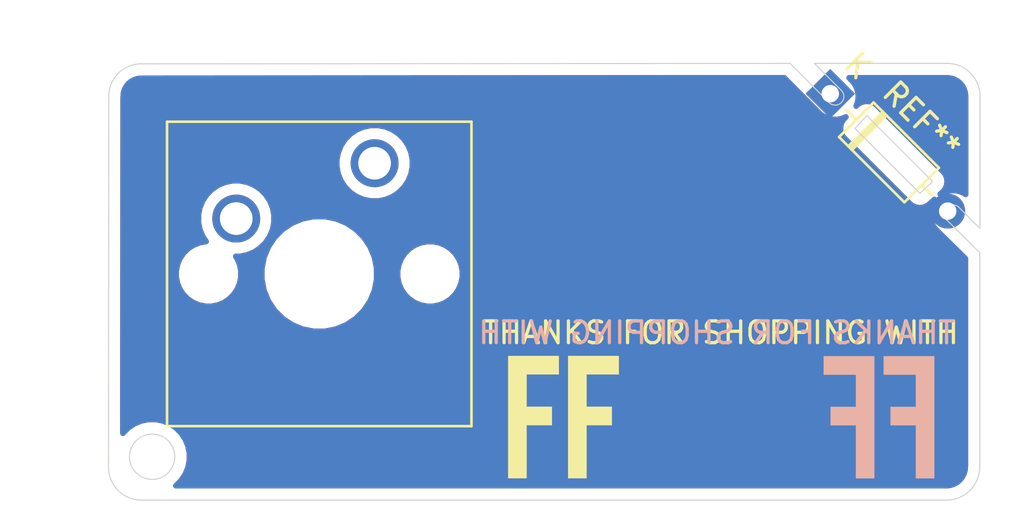
<source format=kicad_pcb>
(kicad_pcb (version 20171130) (host pcbnew "(5.1.9)-1")

  (general
    (thickness 1.6)
    (drawings 27)
    (tracks 0)
    (zones 0)
    (modules 6)
    (nets 3)
  )

  (page A4)
  (layers
    (0 F.Cu signal)
    (31 B.Cu signal)
    (32 B.Adhes user)
    (33 F.Adhes user)
    (34 B.Paste user)
    (35 F.Paste user)
    (36 B.SilkS user)
    (37 F.SilkS user)
    (38 B.Mask user)
    (39 F.Mask user)
    (40 Dwgs.User user hide)
    (41 Cmts.User user)
    (42 Eco1.User user)
    (43 Eco2.User user hide)
    (44 Edge.Cuts user)
    (45 Margin user)
    (46 B.CrtYd user hide)
    (47 F.CrtYd user hide)
    (48 B.Fab user hide)
    (49 F.Fab user hide)
  )

  (setup
    (last_trace_width 0.25)
    (trace_clearance 0.2)
    (zone_clearance 0.508)
    (zone_45_only no)
    (trace_min 0.2)
    (via_size 0.8)
    (via_drill 0.4)
    (via_min_size 0.4)
    (via_min_drill 0.3)
    (uvia_size 0.3)
    (uvia_drill 0.1)
    (uvias_allowed no)
    (uvia_min_size 0.2)
    (uvia_min_drill 0.1)
    (edge_width 0.05)
    (segment_width 0.2)
    (pcb_text_width 0.3)
    (pcb_text_size 1.5 1.5)
    (mod_edge_width 1)
    (mod_text_size 5 5)
    (mod_text_width 1)
    (pad_size 1.6 1.6)
    (pad_drill 0.8)
    (pad_to_mask_clearance 0)
    (aux_axis_origin 0 0)
    (grid_origin 171.58 90.64)
    (visible_elements 7FFFFFFF)
    (pcbplotparams
      (layerselection 0x010f0_ffffffff)
      (usegerberextensions false)
      (usegerberattributes true)
      (usegerberadvancedattributes true)
      (creategerberjobfile true)
      (excludeedgelayer true)
      (linewidth 0.100000)
      (plotframeref false)
      (viasonmask false)
      (mode 1)
      (useauxorigin false)
      (hpglpennumber 1)
      (hpglpenspeed 20)
      (hpglpendiameter 15.000000)
      (psnegative false)
      (psa4output false)
      (plotreference true)
      (plotvalue true)
      (plotinvisibletext false)
      (padsonsilk false)
      (subtractmaskfromsilk false)
      (outputformat 1)
      (mirror false)
      (drillshape 0)
      (scaleselection 1)
      (outputdirectory "Gerbers/Keyringv2/"))
  )

  (net 0 "")
  (net 1 "Net-(SW1-Pad2)")
  (net 2 "Net-(SW1-Pad1)")

  (net_class Default "This is the default net class."
    (clearance 0.2)
    (trace_width 0.25)
    (via_dia 0.8)
    (via_drill 0.4)
    (uvia_dia 0.3)
    (uvia_drill 0.1)
    (add_net "Net-(SW1-Pad1)")
    (add_net "Net-(SW1-Pad2)")
  )

  (module Diode_THT:D_DO-35_SOD27_P7.62mm_Horizontal (layer F.Cu) (tedit 5AE50CD5) (tstamp 6142D21C)
    (at 164.72 71.99 315)
    (descr "Diode, DO-35_SOD27 series, Axial, Horizontal, pin pitch=7.62mm, , length*diameter=4*2mm^2, , http://www.diodes.com/_files/packages/DO-35.pdf")
    (tags "Diode DO-35_SOD27 series Axial Horizontal pin pitch 7.62mm  length 4mm diameter 2mm")
    (fp_text reference REF** (at 3.81 -2.12 135) (layer F.SilkS)
      (effects (font (size 1 1) (thickness 0.15)))
    )
    (fp_text value D_DO-35_SOD27_P7.62mm_Horizontal (at 3.81 2.12 135) (layer F.Fab)
      (effects (font (size 1 1) (thickness 0.15)))
    )
    (fp_text user K (at 0 -1.8 135) (layer F.SilkS)
      (effects (font (size 1 1) (thickness 0.15)))
    )
    (fp_text user K (at 0 -1.8 135) (layer F.Fab)
      (effects (font (size 1 1) (thickness 0.15)))
    )
    (fp_text user %R (at 4.11 0 135) (layer F.Fab)
      (effects (font (size 0.8 0.8) (thickness 0.12)))
    )
    (fp_line (start 1.81 -1) (end 1.81 1) (layer F.Fab) (width 0.1))
    (fp_line (start 1.81 1) (end 5.81 1) (layer F.Fab) (width 0.1))
    (fp_line (start 5.81 1) (end 5.81 -1) (layer F.Fab) (width 0.1))
    (fp_line (start 5.81 -1) (end 1.81 -1) (layer F.Fab) (width 0.1))
    (fp_line (start 0 0) (end 1.81 0) (layer F.Fab) (width 0.1))
    (fp_line (start 7.62 0) (end 5.81 0) (layer F.Fab) (width 0.1))
    (fp_line (start 2.41 -1) (end 2.41 1) (layer F.Fab) (width 0.1))
    (fp_line (start 2.51 -1) (end 2.51 1) (layer F.Fab) (width 0.1))
    (fp_line (start 2.31 -1) (end 2.31 1) (layer F.Fab) (width 0.1))
    (fp_line (start 1.69 -1.12) (end 1.69 1.12) (layer F.SilkS) (width 0.12))
    (fp_line (start 1.69 1.12) (end 5.93 1.12) (layer F.SilkS) (width 0.12))
    (fp_line (start 5.93 1.12) (end 5.93 -1.12) (layer F.SilkS) (width 0.12))
    (fp_line (start 5.93 -1.12) (end 1.69 -1.12) (layer F.SilkS) (width 0.12))
    (fp_line (start 1.04 0) (end 1.69 0) (layer F.SilkS) (width 0.12))
    (fp_line (start 6.58 0) (end 5.93 0) (layer F.SilkS) (width 0.12))
    (fp_line (start 2.41 -1.12) (end 2.41 1.12) (layer F.SilkS) (width 0.12))
    (fp_line (start 2.53 -1.12) (end 2.53 1.12) (layer F.SilkS) (width 0.12))
    (fp_line (start 2.29 -1.12) (end 2.29 1.12) (layer F.SilkS) (width 0.12))
    (fp_line (start -1.05 -1.25) (end -1.05 1.25) (layer F.CrtYd) (width 0.05))
    (fp_line (start -1.05 1.25) (end 8.67 1.25) (layer F.CrtYd) (width 0.05))
    (fp_line (start 8.67 1.25) (end 8.67 -1.25) (layer F.CrtYd) (width 0.05))
    (fp_line (start 8.67 -1.25) (end -1.05 -1.25) (layer F.CrtYd) (width 0.05))
    (pad 2 thru_hole oval (at 7.62 0 315) (size 1.6 1.6) (drill 0.8) (layers *.Cu *.Mask))
    (pad 1 thru_hole rect (at 0 0 315) (size 1.6 1.6) (drill 0.8) (layers *.Cu *.Mask))
    (model ${KISYS3DMOD}/Diode_THT.3dshapes/D_DO-35_SOD27_P7.62mm_Horizontal.wrl
      (at (xyz 0 0 0))
      (scale (xyz 1 1 1))
      (rotate (xyz 0 0 0))
    )
  )

  (module pcb_art:ff (layer B.Cu) (tedit 0) (tstamp 6142C0D2)
    (at 159.76 86.68 180)
    (fp_text reference G*** (at 0 0) (layer B.SilkS) hide
      (effects (font (size 1.524 1.524) (thickness 0.3)) (justify mirror))
    )
    (fp_text value LOGO (at 0.75 0) (layer B.SilkS) hide
      (effects (font (size 1.524 1.524) (thickness 0.3)) (justify mirror))
    )
    (fp_poly (pts (xy -7.408333 1.799166) (xy -8.89 1.799166) (xy -8.89 0.3175) (xy -7.725833 0.3175)
      (xy -7.725833 -0.529167) (xy -8.89 -0.529167) (xy -8.89 -2.963334) (xy -9.736667 -2.963334)
      (xy -9.736667 2.645833) (xy -7.408333 2.645833) (xy -7.408333 1.799166)) (layer B.SilkS) (width 0.01))
    (fp_poly (pts (xy -4.656667 1.799166) (xy -6.138333 1.799166) (xy -6.138333 0.3175) (xy -4.974167 0.3175)
      (xy -4.974167 -0.529167) (xy -6.138333 -0.529167) (xy -6.138333 -2.963334) (xy -6.985 -2.963334)
      (xy -6.985 2.645833) (xy -4.656667 2.645833) (xy -4.656667 1.799166)) (layer B.SilkS) (width 0.01))
  )

  (module pcb_art:keebs (layer B.Cu) (tedit 0) (tstamp 6142C083)
    (at 159.67375 86.67125 180)
    (fp_text reference G*** (at 0 0) (layer B.SilkS) hide
      (effects (font (size 1.524 1.524) (thickness 0.3)) (justify mirror))
    )
    (fp_text value LOGO (at 0.75 0) (layer B.SilkS) hide
      (effects (font (size 1.524 1.524) (thickness 0.3)) (justify mirror))
    )
    (fp_poly (pts (xy 9.585921 2.655284) (xy 9.981986 2.39028) (xy 10.255003 1.992873) (xy 10.370116 1.499279)
      (xy 10.371667 1.432149) (xy 10.349091 1.259578) (xy 10.241614 1.182871) (xy 9.989613 1.164284)
      (xy 9.948333 1.164166) (xy 9.670012 1.18274) (xy 9.547368 1.255743) (xy 9.525 1.367177)
      (xy 9.47203 1.700927) (xy 9.300789 1.870994) (xy 9.09236 1.905) (xy 8.850706 1.858249)
      (xy 8.733701 1.683326) (xy 8.721793 1.640417) (xy 8.689624 1.342044) (xy 8.763017 1.046228)
      (xy 8.961118 0.712793) (xy 9.303073 0.301562) (xy 9.420559 0.174106) (xy 9.92515 -0.434912)
      (xy 10.240161 -0.991222) (xy 10.373197 -1.519064) (xy 10.331865 -2.042674) (xy 10.221254 -2.37762)
      (xy 9.967055 -2.732674) (xy 9.583965 -2.968641) (xy 9.129125 -3.067408) (xy 8.659672 -3.010859)
      (xy 8.466667 -2.933843) (xy 8.197265 -2.701144) (xy 7.977587 -2.336101) (xy 7.849025 -1.91787)
      (xy 7.831831 -1.719792) (xy 7.846272 -1.499458) (xy 7.930461 -1.401525) (xy 8.14527 -1.376516)
      (xy 8.255 -1.375834) (xy 8.528139 -1.390682) (xy 8.649509 -1.459067) (xy 8.678261 -1.616749)
      (xy 8.678333 -1.631761) (xy 8.721508 -1.985627) (xy 8.865058 -2.172616) (xy 9.101667 -2.2225)
      (xy 9.366859 -2.145518) (xy 9.508196 -1.939946) (xy 9.532323 -1.643846) (xy 9.445882 -1.295282)
      (xy 9.255518 -0.932315) (xy 8.967873 -0.593008) (xy 8.791496 -0.445487) (xy 8.475221 -0.131482)
      (xy 8.183923 0.294729) (xy 7.958778 0.758192) (xy 7.840965 1.183948) (xy 7.83266 1.299857)
      (xy 7.913018 1.862571) (xy 8.143527 2.30674) (xy 8.503761 2.608998) (xy 8.973298 2.745979)
      (xy 9.101667 2.751666) (xy 9.585921 2.655284)) (layer B.Mask) (width 0.01))
    (fp_poly (pts (xy -3.482799 1.508125) (xy -3.473097 0.370416) (xy -2.93414 1.508125) (xy -2.395183 2.645833)
      (xy -1.513806 2.645833) (xy -2.039001 1.627267) (xy -2.564195 0.608701) (xy -1.507427 -2.910417)
      (xy -1.928896 -2.943499) (xy -2.204961 -2.954805) (xy -2.374628 -2.942305) (xy -2.392751 -2.934193)
      (xy -2.437345 -2.821839) (xy -2.527296 -2.547454) (xy -2.649481 -2.152437) (xy -2.788921 -1.684516)
      (xy -3.142704 -0.477225) (xy -3.317602 -0.81544) (xy -3.424141 -1.132672) (xy -3.48031 -1.592796)
      (xy -3.4925 -2.058494) (xy -3.4925 -2.963334) (xy -4.339167 -2.963334) (xy -4.339167 2.645833)
      (xy -3.4925 2.645833) (xy -3.482799 1.508125)) (layer B.Mask) (width 0.01))
    (fp_poly (pts (xy 1.27 1.799166) (xy -0.211667 1.799166) (xy -0.211667 0.3175) (xy 0.9525 0.3175)
      (xy 0.9525 -0.529167) (xy -0.211667 -0.529167) (xy -0.211667 -2.116667) (xy 1.27 -2.116667)
      (xy 1.27 -2.963334) (xy -1.058333 -2.963334) (xy -1.058333 2.645833) (xy 1.27 2.645833)
      (xy 1.27 1.799166)) (layer B.Mask) (width 0.01))
    (fp_poly (pts (xy 4.1275 1.799166) (xy 2.645833 1.799166) (xy 2.645833 0.3175) (xy 3.81 0.3175)
      (xy 3.81 -0.529167) (xy 2.645833 -0.529167) (xy 2.645833 -2.116667) (xy 4.1275 -2.116667)
      (xy 4.1275 -2.963334) (xy 1.799167 -2.963334) (xy 1.799167 2.645833) (xy 4.1275 2.645833)
      (xy 4.1275 1.799166)) (layer B.Mask) (width 0.01))
    (fp_poly (pts (xy 5.765681 2.629591) (xy 6.241662 2.607733) (xy 6.558689 2.57511) (xy 6.769458 2.518304)
      (xy 6.926665 2.423898) (xy 7.062139 2.29947) (xy 7.21355 2.12929) (xy 7.301562 1.954356)
      (xy 7.343093 1.711495) (xy 7.35506 1.337539) (xy 7.355417 1.204326) (xy 7.348701 0.784884)
      (xy 7.318384 0.518269) (xy 7.249208 0.345805) (xy 7.125917 0.208818) (xy 7.088008 0.17591)
      (xy 6.820599 -0.050809) (xy 7.085374 -0.278559) (xy 7.226947 -0.426936) (xy 7.312334 -0.610138)
      (xy 7.359494 -0.888541) (xy 7.384753 -1.28503) (xy 7.392514 -1.732302) (xy 7.360146 -2.040345)
      (xy 7.27621 -2.279638) (xy 7.202129 -2.410346) (xy 7.006552 -2.659373) (xy 6.761732 -2.823318)
      (xy 6.422554 -2.917777) (xy 5.943901 -2.958343) (xy 5.602277 -2.963334) (xy 4.7625 -2.963334)
      (xy 4.7625 -0.529167) (xy 5.609167 -0.529167) (xy 5.609167 -2.116667) (xy 6.021177 -2.116667)
      (xy 6.352814 -2.073361) (xy 6.497427 -1.949261) (xy 6.551655 -1.661906) (xy 6.556324 -1.288428)
      (xy 6.515347 -0.933825) (xy 6.45211 -0.733876) (xy 6.266045 -0.572261) (xy 5.97586 -0.529167)
      (xy 5.609167 -0.529167) (xy 4.7625 -0.529167) (xy 4.7625 1.799166) (xy 5.609167 1.799166)
      (xy 5.609167 0.3175) (xy 5.97586 0.3175) (xy 6.295107 0.373086) (xy 6.45211 0.522209)
      (xy 6.53365 0.793827) (xy 6.557911 1.135156) (xy 6.526261 1.456079) (xy 6.440065 1.666481)
      (xy 6.434667 1.672167) (xy 6.245886 1.760918) (xy 5.966247 1.799135) (xy 5.958417 1.799166)
      (xy 5.609167 1.799166) (xy 4.7625 1.799166) (xy 4.7625 2.666265) (xy 5.765681 2.629591)) (layer B.Mask) (width 0.01))
  )

  (module pcb_art:keebs (layer F.Cu) (tedit 0) (tstamp 6142C04C)
    (at 159.67375 86.67125)
    (fp_text reference G*** (at 0 0) (layer F.SilkS) hide
      (effects (font (size 1.524 1.524) (thickness 0.3)))
    )
    (fp_text value LOGO (at 0.75 0) (layer F.SilkS) hide
      (effects (font (size 1.524 1.524) (thickness 0.3)))
    )
    (fp_poly (pts (xy 9.585921 -2.655284) (xy 9.981986 -2.39028) (xy 10.255003 -1.992873) (xy 10.370116 -1.499279)
      (xy 10.371667 -1.432149) (xy 10.349091 -1.259578) (xy 10.241614 -1.182871) (xy 9.989613 -1.164284)
      (xy 9.948333 -1.164166) (xy 9.670012 -1.18274) (xy 9.547368 -1.255743) (xy 9.525 -1.367177)
      (xy 9.47203 -1.700927) (xy 9.300789 -1.870994) (xy 9.09236 -1.905) (xy 8.850706 -1.858249)
      (xy 8.733701 -1.683326) (xy 8.721793 -1.640417) (xy 8.689624 -1.342044) (xy 8.763017 -1.046228)
      (xy 8.961118 -0.712793) (xy 9.303073 -0.301562) (xy 9.420559 -0.174106) (xy 9.92515 0.434912)
      (xy 10.240161 0.991222) (xy 10.373197 1.519064) (xy 10.331865 2.042674) (xy 10.221254 2.37762)
      (xy 9.967055 2.732674) (xy 9.583965 2.968641) (xy 9.129125 3.067408) (xy 8.659672 3.010859)
      (xy 8.466667 2.933843) (xy 8.197265 2.701144) (xy 7.977587 2.336101) (xy 7.849025 1.91787)
      (xy 7.831831 1.719792) (xy 7.846272 1.499458) (xy 7.930461 1.401525) (xy 8.14527 1.376516)
      (xy 8.255 1.375834) (xy 8.528139 1.390682) (xy 8.649509 1.459067) (xy 8.678261 1.616749)
      (xy 8.678333 1.631761) (xy 8.721508 1.985627) (xy 8.865058 2.172616) (xy 9.101667 2.2225)
      (xy 9.366859 2.145518) (xy 9.508196 1.939946) (xy 9.532323 1.643846) (xy 9.445882 1.295282)
      (xy 9.255518 0.932315) (xy 8.967873 0.593008) (xy 8.791496 0.445487) (xy 8.475221 0.131482)
      (xy 8.183923 -0.294729) (xy 7.958778 -0.758192) (xy 7.840965 -1.183948) (xy 7.83266 -1.299857)
      (xy 7.913018 -1.862571) (xy 8.143527 -2.30674) (xy 8.503761 -2.608998) (xy 8.973298 -2.745979)
      (xy 9.101667 -2.751666) (xy 9.585921 -2.655284)) (layer F.Mask) (width 0.01))
    (fp_poly (pts (xy -3.482799 -1.508125) (xy -3.473097 -0.370416) (xy -2.93414 -1.508125) (xy -2.395183 -2.645833)
      (xy -1.513806 -2.645833) (xy -2.039001 -1.627267) (xy -2.564195 -0.608701) (xy -1.507427 2.910417)
      (xy -1.928896 2.943499) (xy -2.204961 2.954805) (xy -2.374628 2.942305) (xy -2.392751 2.934193)
      (xy -2.437345 2.821839) (xy -2.527296 2.547454) (xy -2.649481 2.152437) (xy -2.788921 1.684516)
      (xy -3.142704 0.477225) (xy -3.317602 0.81544) (xy -3.424141 1.132672) (xy -3.48031 1.592796)
      (xy -3.4925 2.058494) (xy -3.4925 2.963334) (xy -4.339167 2.963334) (xy -4.339167 -2.645833)
      (xy -3.4925 -2.645833) (xy -3.482799 -1.508125)) (layer F.Mask) (width 0.01))
    (fp_poly (pts (xy 1.27 -1.799166) (xy -0.211667 -1.799166) (xy -0.211667 -0.3175) (xy 0.9525 -0.3175)
      (xy 0.9525 0.529167) (xy -0.211667 0.529167) (xy -0.211667 2.116667) (xy 1.27 2.116667)
      (xy 1.27 2.963334) (xy -1.058333 2.963334) (xy -1.058333 -2.645833) (xy 1.27 -2.645833)
      (xy 1.27 -1.799166)) (layer F.Mask) (width 0.01))
    (fp_poly (pts (xy 4.1275 -1.799166) (xy 2.645833 -1.799166) (xy 2.645833 -0.3175) (xy 3.81 -0.3175)
      (xy 3.81 0.529167) (xy 2.645833 0.529167) (xy 2.645833 2.116667) (xy 4.1275 2.116667)
      (xy 4.1275 2.963334) (xy 1.799167 2.963334) (xy 1.799167 -2.645833) (xy 4.1275 -2.645833)
      (xy 4.1275 -1.799166)) (layer F.Mask) (width 0.01))
    (fp_poly (pts (xy 5.765681 -2.629591) (xy 6.241662 -2.607733) (xy 6.558689 -2.57511) (xy 6.769458 -2.518304)
      (xy 6.926665 -2.423898) (xy 7.062139 -2.29947) (xy 7.21355 -2.12929) (xy 7.301562 -1.954356)
      (xy 7.343093 -1.711495) (xy 7.35506 -1.337539) (xy 7.355417 -1.204326) (xy 7.348701 -0.784884)
      (xy 7.318384 -0.518269) (xy 7.249208 -0.345805) (xy 7.125917 -0.208818) (xy 7.088008 -0.17591)
      (xy 6.820599 0.050809) (xy 7.085374 0.278559) (xy 7.226947 0.426936) (xy 7.312334 0.610138)
      (xy 7.359494 0.888541) (xy 7.384753 1.28503) (xy 7.392514 1.732302) (xy 7.360146 2.040345)
      (xy 7.27621 2.279638) (xy 7.202129 2.410346) (xy 7.006552 2.659373) (xy 6.761732 2.823318)
      (xy 6.422554 2.917777) (xy 5.943901 2.958343) (xy 5.602277 2.963334) (xy 4.7625 2.963334)
      (xy 4.7625 0.529167) (xy 5.609167 0.529167) (xy 5.609167 2.116667) (xy 6.021177 2.116667)
      (xy 6.352814 2.073361) (xy 6.497427 1.949261) (xy 6.551655 1.661906) (xy 6.556324 1.288428)
      (xy 6.515347 0.933825) (xy 6.45211 0.733876) (xy 6.266045 0.572261) (xy 5.97586 0.529167)
      (xy 5.609167 0.529167) (xy 4.7625 0.529167) (xy 4.7625 -1.799166) (xy 5.609167 -1.799166)
      (xy 5.609167 -0.3175) (xy 5.97586 -0.3175) (xy 6.295107 -0.373086) (xy 6.45211 -0.522209)
      (xy 6.53365 -0.793827) (xy 6.557911 -1.135156) (xy 6.526261 -1.456079) (xy 6.440065 -1.666481)
      (xy 6.434667 -1.672167) (xy 6.245886 -1.760918) (xy 5.966247 -1.799135) (xy 5.958417 -1.799166)
      (xy 5.609167 -1.799166) (xy 4.7625 -1.799166) (xy 4.7625 -2.666265) (xy 5.765681 -2.629591)) (layer F.Mask) (width 0.01))
  )

  (module pcb_art:ff (layer F.Cu) (tedit 0) (tstamp 6142BF54)
    (at 159.67375 86.67125)
    (fp_text reference G*** (at 0 0) (layer F.SilkS) hide
      (effects (font (size 1.524 1.524) (thickness 0.3)))
    )
    (fp_text value LOGO (at 0.75 0) (layer F.SilkS) hide
      (effects (font (size 1.524 1.524) (thickness 0.3)))
    )
    (fp_poly (pts (xy -7.408333 -1.799166) (xy -8.89 -1.799166) (xy -8.89 -0.3175) (xy -7.725833 -0.3175)
      (xy -7.725833 0.529167) (xy -8.89 0.529167) (xy -8.89 2.963334) (xy -9.736667 2.963334)
      (xy -9.736667 -2.645833) (xy -7.408333 -2.645833) (xy -7.408333 -1.799166)) (layer F.SilkS) (width 0.01))
    (fp_poly (pts (xy -4.656667 -1.799166) (xy -6.138333 -1.799166) (xy -6.138333 -0.3175) (xy -4.974167 -0.3175)
      (xy -4.974167 0.529167) (xy -6.138333 0.529167) (xy -6.138333 2.963334) (xy -6.985 2.963334)
      (xy -6.985 -2.645833) (xy -4.656667 -2.645833) (xy -4.656667 -1.799166)) (layer F.SilkS) (width 0.01))
  )

  (module Button_Switch_Keyboard:SW_Cherry_MX_1.00u_PCB (layer F.Cu) (tedit 5A02FE24) (tstamp 60AF409D)
    (at 143.81 75.18)
    (descr "Cherry MX keyswitch, 1.00u, PCB mount, http://cherryamericas.com/wp-content/uploads/2014/12/mx_cat.pdf")
    (tags "Cherry MX keyswitch 1.00u PCB")
    (path /60AEE4A8)
    (fp_text reference SW1 (at -2.54 -2.794) (layer F.SilkS) hide
      (effects (font (size 1 1) (thickness 0.15)))
    )
    (fp_text value MX (at -2.54 12.954) (layer F.Fab) hide
      (effects (font (size 1 1) (thickness 0.15)))
    )
    (fp_line (start -8.89 -1.27) (end 3.81 -1.27) (layer F.Fab) (width 0.1))
    (fp_line (start 3.81 -1.27) (end 3.81 11.43) (layer F.Fab) (width 0.1))
    (fp_line (start 3.81 11.43) (end -8.89 11.43) (layer F.Fab) (width 0.1))
    (fp_line (start -8.89 11.43) (end -8.89 -1.27) (layer F.Fab) (width 0.1))
    (fp_line (start -9.14 11.68) (end -9.14 -1.52) (layer F.CrtYd) (width 0.05))
    (fp_line (start 4.06 11.68) (end -9.14 11.68) (layer F.CrtYd) (width 0.05))
    (fp_line (start 4.06 -1.52) (end 4.06 11.68) (layer F.CrtYd) (width 0.05))
    (fp_line (start -9.14 -1.52) (end 4.06 -1.52) (layer F.CrtYd) (width 0.05))
    (fp_line (start -12.065 -4.445) (end 6.985 -4.445) (layer Dwgs.User) (width 0.15))
    (fp_line (start 6.985 -4.445) (end 6.985 14.605) (layer Dwgs.User) (width 0.15))
    (fp_line (start 6.985 14.605) (end -12.065 14.605) (layer Dwgs.User) (width 0.15))
    (fp_line (start -12.065 14.605) (end -12.065 -4.445) (layer Dwgs.User) (width 0.15))
    (fp_line (start -9.525 -1.905) (end 4.445 -1.905) (layer F.SilkS) (width 0.12))
    (fp_line (start 4.445 -1.905) (end 4.445 12.065) (layer F.SilkS) (width 0.12))
    (fp_line (start 4.445 12.065) (end -9.525 12.065) (layer F.SilkS) (width 0.12))
    (fp_line (start -9.525 12.065) (end -9.525 -1.905) (layer F.SilkS) (width 0.12))
    (fp_text user %R (at -2.54 -2.794) (layer F.Fab) hide
      (effects (font (size 1 1) (thickness 0.15)))
    )
    (pad "" np_thru_hole circle (at 2.54 5.08) (size 1.7 1.7) (drill 1.7) (layers *.Cu *.Mask))
    (pad "" np_thru_hole circle (at -7.62 5.08) (size 1.7 1.7) (drill 1.7) (layers *.Cu *.Mask))
    (pad "" np_thru_hole circle (at -2.54 5.08) (size 4 4) (drill 4) (layers *.Cu *.Mask))
    (pad 2 thru_hole circle (at -6.35 2.54) (size 2.2 2.2) (drill 1.5) (layers *.Cu *.Mask)
      (net 1 "Net-(SW1-Pad2)"))
    (pad 1 thru_hole circle (at 0 0) (size 2.2 2.2) (drill 1.5) (layers *.Cu *.Mask)
      (net 2 "Net-(SW1-Pad1)"))
    (model ${KISYS3DMOD}/Button_Switch_Keyboard.3dshapes/SW_Cherry_MX_1.00u_PCB.wrl
      (at (xyz 0 0 0))
      (scale (xyz 1 1 1))
      (rotate (xyz 0 0 0))
    )
  )

  (gr_line (start 169.42 76.02) (end 168.83 76.56) (layer Edge.Cuts) (width 0.05) (tstamp 60ECC1C3))
  (gr_line (start 166.4 73) (end 165.85 73.58) (layer Edge.Cuts) (width 0.05) (tstamp 60ECC1C2))
  (gr_line (start 165.85 73.58) (end 168.83 76.56) (layer Edge.Cuts) (width 0.05))
  (gr_line (start 169.42 76.02) (end 166.4 73) (layer Edge.Cuts) (width 0.05))
  (gr_line (start 170.054957 77.775043) (end 171.58 79.28) (layer Edge.Cuts) (width 0.05))
  (gr_line (start 170.625043 77.204957) (end 171.59 78.18) (layer Edge.Cuts) (width 0.05))
  (gr_arc (start 170.34 77.49) (end 170.625043 77.204957) (angle -180) (layer Edge.Cuts) (width 0.05))
  (gr_line (start 164.660001 72.389999) (end 162.88 70.6) (layer Edge.Cuts) (width 0.05))
  (gr_line (start 165.230178 71.839823) (end 163.99 70.599645) (layer Edge.Cuts) (width 0.05))
  (gr_arc (start 164.95 72.12) (end 164.660001 72.389999) (angle -182.0454085) (layer Edge.Cuts) (width 0.05))
  (gr_line (start 171.59 78.18) (end 171.59 72.1) (layer Edge.Cuts) (width 0.05) (tstamp 60AF44C4))
  (gr_line (start 163.99 70.599645) (end 170.09 70.599967) (layer Edge.Cuts) (width 0.05))
  (gr_text "THANKS FOR SHOPPING WITH" (at 159.51 82.96) (layer B.SilkS)
    (effects (font (size 1 1) (thickness 0.15)) (justify mirror))
  )
  (gr_circle (center 133.6 88.65) (end 132.56 88.62) (layer Edge.Cuts) (width 0.05))
  (gr_text "THANKS FOR SHOPPING WITH" (at 159.68 82.96) (layer F.SilkS)
    (effects (font (size 1 1) (thickness 0.15)))
  )
  (gr_arc (start 133.11 89.13) (end 131.6 89.13) (angle -90) (layer Edge.Cuts) (width 0.05))
  (gr_arc (start 133.100299 72.11) (end 133.1 70.62) (angle -90.37303205) (layer Edge.Cuts) (width 0.05))
  (gr_arc (start 170.09 72.1) (end 171.590033 72.1) (angle -90) (layer Edge.Cuts) (width 0.05))
  (gr_arc (start 170.05 89.11) (end 170.05 90.64) (angle -90) (layer Edge.Cuts) (width 0.05))
  (gr_line (start 171.59 90.609999) (end 171.59 70.61) (layer Dwgs.User) (width 0.2))
  (gr_line (start 131.59 90.609999) (end 171.59 90.609999) (layer Dwgs.User) (width 0.2))
  (gr_line (start 131.59 70.61) (end 131.59 90.609999) (layer Dwgs.User) (width 0.2))
  (gr_line (start 171.59 70.61) (end 131.59 70.61) (layer Dwgs.User) (width 0.2))
  (gr_line (start 133.1 70.62) (end 162.88 70.6) (layer Edge.Cuts) (width 0.05))
  (gr_line (start 131.6 89.13) (end 131.610333 72.12) (layer Edge.Cuts) (width 0.05))
  (gr_line (start 170.05 90.64) (end 133.11 90.64) (layer Edge.Cuts) (width 0.05))
  (gr_line (start 171.58 79.28) (end 171.58 89.11) (layer Edge.Cuts) (width 0.05))

  (zone (net 0) (net_name "") (layer F.Cu) (tstamp 6142C166) (hatch edge 0.508)
    (connect_pads (clearance 0.508))
    (min_thickness 0.254)
    (fill yes (arc_segments 32) (thermal_gap 0.508) (thermal_bridge_width 0.508))
    (polygon
      (pts
        (xy 173.61 91.44) (xy 126.72 91.44) (xy 126.72 67.69) (xy 173.61 67.69)
      )
    )
    (filled_polygon
      (pts
        (xy 164.190117 72.853482) (xy 164.202016 72.865643) (xy 164.203193 72.866631) (xy 164.214864 72.878368) (xy 164.239357 72.898584)
        (xy 164.254841 72.914068) (xy 164.262003 72.919867) (xy 164.322439 72.968112) (xy 164.37259 73.00068) (xy 164.422316 73.033969)
        (xy 164.430468 73.038266) (xy 164.499123 73.073853) (xy 164.554631 73.096054) (xy 164.609883 73.119054) (xy 164.618714 73.121687)
        (xy 164.692974 73.143262) (xy 164.751805 73.154272) (xy 164.810414 73.16609) (xy 164.819584 73.166957) (xy 164.819588 73.166957)
        (xy 164.896625 73.173697) (xy 164.956399 73.173071) (xy 165.016255 73.173281) (xy 165.025423 73.172349) (xy 165.102301 73.163998)
        (xy 165.160842 73.151769) (xy 165.219581 73.140351) (xy 165.228394 73.137657) (xy 165.302186 73.114532) (xy 165.35725 73.091158)
        (xy 165.412637 73.068555) (xy 165.420759 73.0642) (xy 165.438981 73.054265) (xy 165.399446 73.095956) (xy 165.381052 73.111052)
        (xy 165.354814 73.143023) (xy 165.348782 73.149384) (xy 165.334275 73.16805) (xy 165.298575 73.21155) (xy 165.29441 73.219343)
        (xy 165.288991 73.226315) (xy 165.26381 73.276592) (xy 165.23729 73.326208) (xy 165.234725 73.334663) (xy 165.230771 73.342558)
        (xy 165.215879 73.396791) (xy 165.199551 73.450618) (xy 165.198685 73.459406) (xy 165.196346 73.467926) (xy 165.192319 73.524045)
        (xy 165.186808 73.58) (xy 165.187673 73.588787) (xy 165.187041 73.5976) (xy 165.19404 73.653433) (xy 165.199551 73.709382)
        (xy 165.202114 73.71783) (xy 165.203213 73.726599) (xy 165.220965 73.779976) (xy 165.23729 73.833792) (xy 165.241455 73.841585)
        (xy 165.244242 73.849964) (xy 165.272051 73.898826) (xy 165.298575 73.94845) (xy 165.304181 73.955281) (xy 165.308548 73.962954)
        (xy 165.345364 74.005462) (xy 165.360386 74.023766) (xy 165.366594 74.029974) (xy 165.393663 74.061228) (xy 165.412446 74.075826)
        (xy 168.330031 76.993412) (xy 168.340781 77.00776) (xy 168.375892 77.039273) (xy 168.386232 77.049613) (xy 168.400021 77.06093)
        (xy 168.437535 77.094599) (xy 168.450184 77.102097) (xy 168.461549 77.111424) (xy 168.506003 77.135185) (xy 168.549371 77.160892)
        (xy 168.563242 77.165779) (xy 168.576207 77.172709) (xy 168.624441 77.187341) (xy 168.671991 77.204094) (xy 168.686545 77.206181)
        (xy 168.700616 77.210449) (xy 168.750783 77.21539) (xy 168.800684 77.222544) (xy 168.815368 77.221751) (xy 168.829999 77.223192)
        (xy 168.880155 77.218252) (xy 168.930503 77.215533) (xy 168.944752 77.21189) (xy 168.959382 77.210449) (xy 169.007606 77.19582)
        (xy 169.056459 77.18333) (xy 169.069726 77.176976) (xy 169.083792 77.172709) (xy 169.128228 77.148958) (xy 169.173714 77.127173)
        (xy 169.185487 77.118352) (xy 169.198449 77.111424) (xy 169.237398 77.079459) (xy 169.251689 77.068752) (xy 169.262487 77.058869)
        (xy 169.298947 77.028947) (xy 169.310317 77.015092) (xy 169.498704 76.842671) (xy 169.490547 76.852744) (xy 169.457639 76.902652)
        (xy 169.423993 76.95216) (xy 169.419639 76.960282) (xy 169.382947 77.029874) (xy 169.360344 77.085263) (xy 169.336972 77.140323)
        (xy 169.334278 77.149135) (xy 169.311802 77.22453) (xy 169.300395 77.283212) (xy 169.288155 77.341802) (xy 169.287224 77.35097)
        (xy 169.27982 77.429294) (xy 169.280029 77.489108) (xy 169.279402 77.548926) (xy 169.280269 77.5581) (xy 169.288219 77.636371)
        (xy 169.300044 77.695019) (xy 169.311047 77.753813) (xy 169.31368 77.762644) (xy 169.336682 77.83788) (xy 169.359668 77.893099)
        (xy 169.381884 77.948645) (xy 169.386182 77.956797) (xy 169.423359 78.026132) (xy 169.456628 78.075828) (xy 169.489217 78.126011)
        (xy 169.495017 78.133172) (xy 169.505005 78.145331) (xy 169.505987 78.14714) (xy 169.568296 78.222045) (xy 170.92 79.555948)
        (xy 170.920001 89.077711) (xy 170.900326 89.278367) (xy 170.851428 89.440328) (xy 170.772006 89.589698) (xy 170.665081 89.720801)
        (xy 170.534726 89.828639) (xy 170.385911 89.909104) (xy 170.2243 89.959131) (xy 170.025743 89.98) (xy 134.691301 89.98)
        (xy 134.691431 89.979913) (xy 134.929913 89.741431) (xy 135.117286 89.461007) (xy 135.246352 89.149415) (xy 135.312149 88.818632)
        (xy 135.312149 88.481368) (xy 135.246352 88.150585) (xy 135.117286 87.838993) (xy 134.929913 87.558569) (xy 134.691431 87.320087)
        (xy 134.411007 87.132714) (xy 134.099415 87.003648) (xy 133.768632 86.937851) (xy 133.431368 86.937851) (xy 133.100585 87.003648)
        (xy 132.788993 87.132714) (xy 132.508569 87.320087) (xy 132.270087 87.558569) (xy 132.260946 87.572249) (xy 132.265476 80.11374)
        (xy 134.705 80.11374) (xy 134.705 80.40626) (xy 134.762068 80.693158) (xy 134.87401 80.963411) (xy 135.036525 81.206632)
        (xy 135.243368 81.413475) (xy 135.486589 81.57599) (xy 135.756842 81.687932) (xy 136.04374 81.745) (xy 136.33626 81.745)
        (xy 136.623158 81.687932) (xy 136.893411 81.57599) (xy 137.136632 81.413475) (xy 137.343475 81.206632) (xy 137.50599 80.963411)
        (xy 137.617932 80.693158) (xy 137.675 80.40626) (xy 137.675 80.11374) (xy 137.652471 80.000475) (xy 138.635 80.000475)
        (xy 138.635 80.519525) (xy 138.736261 81.028601) (xy 138.934893 81.508141) (xy 139.223262 81.939715) (xy 139.590285 82.306738)
        (xy 140.021859 82.595107) (xy 140.501399 82.793739) (xy 141.010475 82.895) (xy 141.529525 82.895) (xy 142.038601 82.793739)
        (xy 142.518141 82.595107) (xy 142.949715 82.306738) (xy 143.316738 81.939715) (xy 143.605107 81.508141) (xy 143.803739 81.028601)
        (xy 143.905 80.519525) (xy 143.905 80.11374) (xy 144.865 80.11374) (xy 144.865 80.40626) (xy 144.922068 80.693158)
        (xy 145.03401 80.963411) (xy 145.196525 81.206632) (xy 145.403368 81.413475) (xy 145.646589 81.57599) (xy 145.916842 81.687932)
        (xy 146.20374 81.745) (xy 146.49626 81.745) (xy 146.783158 81.687932) (xy 147.053411 81.57599) (xy 147.296632 81.413475)
        (xy 147.503475 81.206632) (xy 147.66599 80.963411) (xy 147.777932 80.693158) (xy 147.835 80.40626) (xy 147.835 80.11374)
        (xy 147.777932 79.826842) (xy 147.66599 79.556589) (xy 147.503475 79.313368) (xy 147.296632 79.106525) (xy 147.053411 78.94401)
        (xy 146.783158 78.832068) (xy 146.49626 78.775) (xy 146.20374 78.775) (xy 145.916842 78.832068) (xy 145.646589 78.94401)
        (xy 145.403368 79.106525) (xy 145.196525 79.313368) (xy 145.03401 79.556589) (xy 144.922068 79.826842) (xy 144.865 80.11374)
        (xy 143.905 80.11374) (xy 143.905 80.000475) (xy 143.803739 79.491399) (xy 143.605107 79.011859) (xy 143.316738 78.580285)
        (xy 142.949715 78.213262) (xy 142.518141 77.924893) (xy 142.038601 77.726261) (xy 141.529525 77.625) (xy 141.010475 77.625)
        (xy 140.501399 77.726261) (xy 140.021859 77.924893) (xy 139.590285 78.213262) (xy 139.223262 78.580285) (xy 138.934893 79.011859)
        (xy 138.736261 79.491399) (xy 138.635 80.000475) (xy 137.652471 80.000475) (xy 137.617932 79.826842) (xy 137.50599 79.556589)
        (xy 137.43811 79.455) (xy 137.630883 79.455) (xy 137.966081 79.388325) (xy 138.281831 79.257537) (xy 138.565998 79.067663)
        (xy 138.807663 78.825998) (xy 138.997537 78.541831) (xy 139.128325 78.226081) (xy 139.195 77.890883) (xy 139.195 77.549117)
        (xy 139.128325 77.213919) (xy 138.997537 76.898169) (xy 138.807663 76.614002) (xy 138.565998 76.372337) (xy 138.281831 76.182463)
        (xy 137.966081 76.051675) (xy 137.630883 75.985) (xy 137.289117 75.985) (xy 136.953919 76.051675) (xy 136.638169 76.182463)
        (xy 136.354002 76.372337) (xy 136.112337 76.614002) (xy 135.922463 76.898169) (xy 135.791675 77.213919) (xy 135.725 77.549117)
        (xy 135.725 77.890883) (xy 135.791675 78.226081) (xy 135.922463 78.541831) (xy 136.078261 78.775) (xy 136.04374 78.775)
        (xy 135.756842 78.832068) (xy 135.486589 78.94401) (xy 135.243368 79.106525) (xy 135.036525 79.313368) (xy 134.87401 79.556589)
        (xy 134.762068 79.826842) (xy 134.705 80.11374) (xy 132.265476 80.11374) (xy 132.268577 75.009117) (xy 142.075 75.009117)
        (xy 142.075 75.350883) (xy 142.141675 75.686081) (xy 142.272463 76.001831) (xy 142.462337 76.285998) (xy 142.704002 76.527663)
        (xy 142.988169 76.717537) (xy 143.303919 76.848325) (xy 143.639117 76.915) (xy 143.980883 76.915) (xy 144.316081 76.848325)
        (xy 144.631831 76.717537) (xy 144.915998 76.527663) (xy 145.157663 76.285998) (xy 145.347537 76.001831) (xy 145.478325 75.686081)
        (xy 145.545 75.350883) (xy 145.545 75.009117) (xy 145.478325 74.673919) (xy 145.347537 74.358169) (xy 145.157663 74.074002)
        (xy 144.915998 73.832337) (xy 144.631831 73.642463) (xy 144.316081 73.511675) (xy 143.980883 73.445) (xy 143.639117 73.445)
        (xy 143.303919 73.511675) (xy 142.988169 73.642463) (xy 142.704002 73.832337) (xy 142.462337 74.074002) (xy 142.272463 74.358169)
        (xy 142.141675 74.673919) (xy 142.075 75.009117) (xy 132.268577 75.009117) (xy 132.270314 72.150271) (xy 132.288153 71.954845)
        (xy 132.333755 71.800054) (xy 132.408556 71.657069) (xy 132.509704 71.531335) (xy 132.633348 71.427642) (xy 132.77478 71.349939)
        (xy 132.928606 71.301188) (xy 133.118075 71.279987) (xy 162.60572 71.260184)
      )
    )
    (filled_polygon
      (pts
        (xy 170.057696 71.259965) (xy 170.25255 71.27907) (xy 170.408905 71.326276) (xy 170.553117 71.402956) (xy 170.679689 71.506185)
        (xy 170.783793 71.632025) (xy 170.861477 71.775701) (xy 170.909774 71.931721) (xy 170.930001 72.12416) (xy 170.93 76.609291)
        (xy 170.921143 76.60354) (xy 170.871432 76.570261) (xy 170.86328 76.565963) (xy 170.793433 76.529758) (xy 170.737922 76.507555)
        (xy 170.682674 76.484557) (xy 170.673842 76.481925) (xy 170.598293 76.459975) (xy 170.539502 76.448972) (xy 170.480851 76.437145)
        (xy 170.471685 76.43628) (xy 170.471681 76.436279) (xy 170.471677 76.436279) (xy 170.393303 76.429422) (xy 170.333522 76.430048)
        (xy 170.273665 76.429839) (xy 170.264497 76.430771) (xy 170.186283 76.439268) (xy 170.127741 76.451498) (xy 170.069006 76.462915)
        (xy 170.0602 76.465608) (xy 170.060196 76.465609) (xy 170.060193 76.46561) (xy 170.060194 76.46561) (xy 169.985121 76.489137)
        (xy 169.930081 76.512501) (xy 169.874679 76.535109) (xy 169.866557 76.539464) (xy 169.797484 76.577124) (xy 169.763907 76.599943)
        (xy 169.852474 76.518881) (xy 169.888948 76.488948) (xy 169.920927 76.449981) (xy 169.954598 76.412466) (xy 169.962095 76.399818)
        (xy 169.971425 76.38845) (xy 169.995188 76.343992) (xy 170.020892 76.30063) (xy 170.025779 76.286759) (xy 170.03271 76.273792)
        (xy 170.04734 76.225562) (xy 170.064094 76.17801) (xy 170.066181 76.163452) (xy 170.070449 76.149382) (xy 170.075391 76.09921)
        (xy 170.082543 76.049317) (xy 170.08175 76.034638) (xy 170.083192 76.02) (xy 170.07825 75.969819) (xy 170.075532 75.919497)
        (xy 170.071891 75.905255) (xy 170.070449 75.890617) (xy 170.05581 75.842359) (xy 170.043329 75.793541) (xy 170.036981 75.780286)
        (xy 170.03271 75.766207) (xy 170.008935 75.721726) (xy 169.987172 75.676286) (xy 169.97836 75.664524) (xy 169.971425 75.65155)
        (xy 169.939429 75.612563) (xy 169.909219 75.572241) (xy 169.874121 75.54074) (xy 166.883406 72.550026) (xy 166.856337 72.518772)
        (xy 166.811939 72.484266) (xy 166.76845 72.448575) (xy 166.760657 72.44441) (xy 166.753685 72.438991) (xy 166.703408 72.41381)
        (xy 166.653792 72.38729) (xy 166.645337 72.384725) (xy 166.637442 72.380771) (xy 166.583209 72.365879) (xy 166.529382 72.349551)
        (xy 166.520594 72.348685) (xy 166.512074 72.346346) (xy 166.455972 72.342321) (xy 166.4 72.336808) (xy 166.391207 72.337674)
        (xy 166.382399 72.337042) (xy 166.3266 72.344037) (xy 166.270618 72.349551) (xy 166.262165 72.352115) (xy 166.2534 72.353214)
        (xy 166.200032 72.370963) (xy 166.146208 72.38729) (xy 166.138417 72.391454) (xy 166.130035 72.394242) (xy 166.081157 72.42206)
        (xy 166.03155 72.448575) (xy 166.024721 72.454179) (xy 166.017045 72.458548) (xy 165.974524 72.495375) (xy 165.931052 72.531052)
        (xy 165.908368 72.558692) (xy 165.923269 72.522178) (xy 165.946656 72.467083) (xy 165.94935 72.458271) (xy 165.971443 72.384163)
        (xy 165.982859 72.325432) (xy 165.995091 72.266881) (xy 165.996022 72.257713) (xy 166.003299 72.180726) (xy 166.00309 72.120918)
        (xy 166.003717 72.061102) (xy 166.00285 72.051928) (xy 165.995036 71.974992) (xy 165.983215 71.916362) (xy 165.972209 71.857552)
        (xy 165.969576 71.848721) (xy 165.946967 71.774769) (xy 165.923992 71.719576) (xy 165.901763 71.663997) (xy 165.897464 71.655846)
        (xy 165.860922 71.587694) (xy 165.827646 71.537988) (xy 165.795067 71.487819) (xy 165.789267 71.480658) (xy 165.740183 71.420902)
        (xy 165.740181 71.4209) (xy 165.719792 71.396056) (xy 165.583465 71.259729)
      )
    )
  )
  (zone (net 0) (net_name "") (layer B.Cu) (tstamp 6142C163) (hatch edge 0.508)
    (connect_pads (clearance 0.508))
    (min_thickness 0.254)
    (fill yes (arc_segments 32) (thermal_gap 0.508) (thermal_bridge_width 0.508))
    (polygon
      (pts
        (xy 173.63 91.7) (xy 126.62 91.7) (xy 126.62 67.73) (xy 173.63 67.73)
      )
    )
    (filled_polygon
      (pts
        (xy 164.190117 72.853482) (xy 164.202016 72.865643) (xy 164.203193 72.866631) (xy 164.214864 72.878368) (xy 164.239357 72.898584)
        (xy 164.254841 72.914068) (xy 164.262003 72.919867) (xy 164.322439 72.968112) (xy 164.37259 73.00068) (xy 164.422316 73.033969)
        (xy 164.430468 73.038266) (xy 164.499123 73.073853) (xy 164.554631 73.096054) (xy 164.609883 73.119054) (xy 164.618714 73.121687)
        (xy 164.692974 73.143262) (xy 164.751805 73.154272) (xy 164.810414 73.16609) (xy 164.819584 73.166957) (xy 164.819588 73.166957)
        (xy 164.896625 73.173697) (xy 164.956399 73.173071) (xy 165.016255 73.173281) (xy 165.025423 73.172349) (xy 165.102301 73.163998)
        (xy 165.160842 73.151769) (xy 165.219581 73.140351) (xy 165.228394 73.137657) (xy 165.302186 73.114532) (xy 165.35725 73.091158)
        (xy 165.412637 73.068555) (xy 165.420759 73.0642) (xy 165.438981 73.054265) (xy 165.399446 73.095956) (xy 165.381052 73.111052)
        (xy 165.354814 73.143023) (xy 165.348782 73.149384) (xy 165.334275 73.16805) (xy 165.298575 73.21155) (xy 165.29441 73.219343)
        (xy 165.288991 73.226315) (xy 165.26381 73.276592) (xy 165.23729 73.326208) (xy 165.234725 73.334663) (xy 165.230771 73.342558)
        (xy 165.215879 73.396791) (xy 165.199551 73.450618) (xy 165.198685 73.459406) (xy 165.196346 73.467926) (xy 165.192319 73.524045)
        (xy 165.186808 73.58) (xy 165.187673 73.588787) (xy 165.187041 73.5976) (xy 165.19404 73.653433) (xy 165.199551 73.709382)
        (xy 165.202114 73.71783) (xy 165.203213 73.726599) (xy 165.220965 73.779976) (xy 165.23729 73.833792) (xy 165.241455 73.841585)
        (xy 165.244242 73.849964) (xy 165.272051 73.898826) (xy 165.298575 73.94845) (xy 165.304181 73.955281) (xy 165.308548 73.962954)
        (xy 165.345364 74.005462) (xy 165.360386 74.023766) (xy 165.366594 74.029974) (xy 165.393663 74.061228) (xy 165.412446 74.075826)
        (xy 168.330031 76.993412) (xy 168.340781 77.00776) (xy 168.375892 77.039273) (xy 168.386232 77.049613) (xy 168.400021 77.06093)
        (xy 168.437535 77.094599) (xy 168.450184 77.102097) (xy 168.461549 77.111424) (xy 168.506003 77.135185) (xy 168.549371 77.160892)
        (xy 168.563242 77.165779) (xy 168.576207 77.172709) (xy 168.624441 77.187341) (xy 168.671991 77.204094) (xy 168.686545 77.206181)
        (xy 168.700616 77.210449) (xy 168.750783 77.21539) (xy 168.800684 77.222544) (xy 168.815368 77.221751) (xy 168.829999 77.223192)
        (xy 168.880155 77.218252) (xy 168.930503 77.215533) (xy 168.944752 77.21189) (xy 168.959382 77.210449) (xy 169.007606 77.19582)
        (xy 169.056459 77.18333) (xy 169.069726 77.176976) (xy 169.083792 77.172709) (xy 169.128228 77.148958) (xy 169.173714 77.127173)
        (xy 169.185487 77.118352) (xy 169.198449 77.111424) (xy 169.237398 77.079459) (xy 169.251689 77.068752) (xy 169.262487 77.058869)
        (xy 169.298947 77.028947) (xy 169.310317 77.015092) (xy 169.498704 76.842671) (xy 169.490547 76.852744) (xy 169.457639 76.902652)
        (xy 169.423993 76.95216) (xy 169.419639 76.960282) (xy 169.382947 77.029874) (xy 169.360344 77.085263) (xy 169.336972 77.140323)
        (xy 169.334278 77.149135) (xy 169.311802 77.22453) (xy 169.300395 77.283212) (xy 169.288155 77.341802) (xy 169.287224 77.35097)
        (xy 169.27982 77.429294) (xy 169.280029 77.489108) (xy 169.279402 77.548926) (xy 169.280269 77.5581) (xy 169.288219 77.636371)
        (xy 169.300044 77.695019) (xy 169.311047 77.753813) (xy 169.31368 77.762644) (xy 169.336682 77.83788) (xy 169.359668 77.893099)
        (xy 169.381884 77.948645) (xy 169.386182 77.956797) (xy 169.423359 78.026132) (xy 169.456628 78.075828) (xy 169.489217 78.126011)
        (xy 169.495017 78.133172) (xy 169.505005 78.145331) (xy 169.505987 78.14714) (xy 169.568296 78.222045) (xy 170.92 79.555948)
        (xy 170.920001 89.077711) (xy 170.900326 89.278367) (xy 170.851428 89.440328) (xy 170.772006 89.589698) (xy 170.665081 89.720801)
        (xy 170.534726 89.828639) (xy 170.385911 89.909104) (xy 170.2243 89.959131) (xy 170.025743 89.98) (xy 134.691301 89.98)
        (xy 134.691431 89.979913) (xy 134.929913 89.741431) (xy 135.117286 89.461007) (xy 135.246352 89.149415) (xy 135.312149 88.818632)
        (xy 135.312149 88.481368) (xy 135.246352 88.150585) (xy 135.117286 87.838993) (xy 134.929913 87.558569) (xy 134.691431 87.320087)
        (xy 134.411007 87.132714) (xy 134.099415 87.003648) (xy 133.768632 86.937851) (xy 133.431368 86.937851) (xy 133.100585 87.003648)
        (xy 132.788993 87.132714) (xy 132.508569 87.320087) (xy 132.270087 87.558569) (xy 132.260946 87.572249) (xy 132.265476 80.11374)
        (xy 134.705 80.11374) (xy 134.705 80.40626) (xy 134.762068 80.693158) (xy 134.87401 80.963411) (xy 135.036525 81.206632)
        (xy 135.243368 81.413475) (xy 135.486589 81.57599) (xy 135.756842 81.687932) (xy 136.04374 81.745) (xy 136.33626 81.745)
        (xy 136.623158 81.687932) (xy 136.893411 81.57599) (xy 137.136632 81.413475) (xy 137.343475 81.206632) (xy 137.50599 80.963411)
        (xy 137.617932 80.693158) (xy 137.675 80.40626) (xy 137.675 80.11374) (xy 137.652471 80.000475) (xy 138.635 80.000475)
        (xy 138.635 80.519525) (xy 138.736261 81.028601) (xy 138.934893 81.508141) (xy 139.223262 81.939715) (xy 139.590285 82.306738)
        (xy 140.021859 82.595107) (xy 140.501399 82.793739) (xy 141.010475 82.895) (xy 141.529525 82.895) (xy 142.038601 82.793739)
        (xy 142.518141 82.595107) (xy 142.949715 82.306738) (xy 143.316738 81.939715) (xy 143.605107 81.508141) (xy 143.803739 81.028601)
        (xy 143.905 80.519525) (xy 143.905 80.11374) (xy 144.865 80.11374) (xy 144.865 80.40626) (xy 144.922068 80.693158)
        (xy 145.03401 80.963411) (xy 145.196525 81.206632) (xy 145.403368 81.413475) (xy 145.646589 81.57599) (xy 145.916842 81.687932)
        (xy 146.20374 81.745) (xy 146.49626 81.745) (xy 146.783158 81.687932) (xy 147.053411 81.57599) (xy 147.296632 81.413475)
        (xy 147.503475 81.206632) (xy 147.66599 80.963411) (xy 147.777932 80.693158) (xy 147.835 80.40626) (xy 147.835 80.11374)
        (xy 147.777932 79.826842) (xy 147.66599 79.556589) (xy 147.503475 79.313368) (xy 147.296632 79.106525) (xy 147.053411 78.94401)
        (xy 146.783158 78.832068) (xy 146.49626 78.775) (xy 146.20374 78.775) (xy 145.916842 78.832068) (xy 145.646589 78.94401)
        (xy 145.403368 79.106525) (xy 145.196525 79.313368) (xy 145.03401 79.556589) (xy 144.922068 79.826842) (xy 144.865 80.11374)
        (xy 143.905 80.11374) (xy 143.905 80.000475) (xy 143.803739 79.491399) (xy 143.605107 79.011859) (xy 143.316738 78.580285)
        (xy 142.949715 78.213262) (xy 142.518141 77.924893) (xy 142.038601 77.726261) (xy 141.529525 77.625) (xy 141.010475 77.625)
        (xy 140.501399 77.726261) (xy 140.021859 77.924893) (xy 139.590285 78.213262) (xy 139.223262 78.580285) (xy 138.934893 79.011859)
        (xy 138.736261 79.491399) (xy 138.635 80.000475) (xy 137.652471 80.000475) (xy 137.617932 79.826842) (xy 137.50599 79.556589)
        (xy 137.43811 79.455) (xy 137.630883 79.455) (xy 137.966081 79.388325) (xy 138.281831 79.257537) (xy 138.565998 79.067663)
        (xy 138.807663 78.825998) (xy 138.997537 78.541831) (xy 139.128325 78.226081) (xy 139.195 77.890883) (xy 139.195 77.549117)
        (xy 139.128325 77.213919) (xy 138.997537 76.898169) (xy 138.807663 76.614002) (xy 138.565998 76.372337) (xy 138.281831 76.182463)
        (xy 137.966081 76.051675) (xy 137.630883 75.985) (xy 137.289117 75.985) (xy 136.953919 76.051675) (xy 136.638169 76.182463)
        (xy 136.354002 76.372337) (xy 136.112337 76.614002) (xy 135.922463 76.898169) (xy 135.791675 77.213919) (xy 135.725 77.549117)
        (xy 135.725 77.890883) (xy 135.791675 78.226081) (xy 135.922463 78.541831) (xy 136.078261 78.775) (xy 136.04374 78.775)
        (xy 135.756842 78.832068) (xy 135.486589 78.94401) (xy 135.243368 79.106525) (xy 135.036525 79.313368) (xy 134.87401 79.556589)
        (xy 134.762068 79.826842) (xy 134.705 80.11374) (xy 132.265476 80.11374) (xy 132.268577 75.009117) (xy 142.075 75.009117)
        (xy 142.075 75.350883) (xy 142.141675 75.686081) (xy 142.272463 76.001831) (xy 142.462337 76.285998) (xy 142.704002 76.527663)
        (xy 142.988169 76.717537) (xy 143.303919 76.848325) (xy 143.639117 76.915) (xy 143.980883 76.915) (xy 144.316081 76.848325)
        (xy 144.631831 76.717537) (xy 144.915998 76.527663) (xy 145.157663 76.285998) (xy 145.347537 76.001831) (xy 145.478325 75.686081)
        (xy 145.545 75.350883) (xy 145.545 75.009117) (xy 145.478325 74.673919) (xy 145.347537 74.358169) (xy 145.157663 74.074002)
        (xy 144.915998 73.832337) (xy 144.631831 73.642463) (xy 144.316081 73.511675) (xy 143.980883 73.445) (xy 143.639117 73.445)
        (xy 143.303919 73.511675) (xy 142.988169 73.642463) (xy 142.704002 73.832337) (xy 142.462337 74.074002) (xy 142.272463 74.358169)
        (xy 142.141675 74.673919) (xy 142.075 75.009117) (xy 132.268577 75.009117) (xy 132.270314 72.150271) (xy 132.288153 71.954845)
        (xy 132.333755 71.800054) (xy 132.408556 71.657069) (xy 132.509704 71.531335) (xy 132.633348 71.427642) (xy 132.77478 71.349939)
        (xy 132.928606 71.301188) (xy 133.118075 71.279987) (xy 162.60572 71.260184)
      )
    )
    (filled_polygon
      (pts
        (xy 170.057696 71.259965) (xy 170.25255 71.27907) (xy 170.408905 71.326276) (xy 170.553117 71.402956) (xy 170.679689 71.506185)
        (xy 170.783793 71.632025) (xy 170.861477 71.775701) (xy 170.909774 71.931721) (xy 170.930001 72.12416) (xy 170.93 76.609291)
        (xy 170.921143 76.60354) (xy 170.871432 76.570261) (xy 170.86328 76.565963) (xy 170.793433 76.529758) (xy 170.737922 76.507555)
        (xy 170.682674 76.484557) (xy 170.673842 76.481925) (xy 170.598293 76.459975) (xy 170.539502 76.448972) (xy 170.480851 76.437145)
        (xy 170.471685 76.43628) (xy 170.471681 76.436279) (xy 170.471677 76.436279) (xy 170.393303 76.429422) (xy 170.333522 76.430048)
        (xy 170.273665 76.429839) (xy 170.264497 76.430771) (xy 170.186283 76.439268) (xy 170.127741 76.451498) (xy 170.069006 76.462915)
        (xy 170.0602 76.465608) (xy 170.060196 76.465609) (xy 170.060193 76.46561) (xy 170.060194 76.46561) (xy 169.985121 76.489137)
        (xy 169.930081 76.512501) (xy 169.874679 76.535109) (xy 169.866557 76.539464) (xy 169.797484 76.577124) (xy 169.763907 76.599943)
        (xy 169.852474 76.518881) (xy 169.888948 76.488948) (xy 169.920927 76.449981) (xy 169.954598 76.412466) (xy 169.962095 76.399818)
        (xy 169.971425 76.38845) (xy 169.995188 76.343992) (xy 170.020892 76.30063) (xy 170.025779 76.286759) (xy 170.03271 76.273792)
        (xy 170.04734 76.225562) (xy 170.064094 76.17801) (xy 170.066181 76.163452) (xy 170.070449 76.149382) (xy 170.075391 76.09921)
        (xy 170.082543 76.049317) (xy 170.08175 76.034638) (xy 170.083192 76.02) (xy 170.07825 75.969819) (xy 170.075532 75.919497)
        (xy 170.071891 75.905255) (xy 170.070449 75.890617) (xy 170.05581 75.842359) (xy 170.043329 75.793541) (xy 170.036981 75.780286)
        (xy 170.03271 75.766207) (xy 170.008935 75.721726) (xy 169.987172 75.676286) (xy 169.97836 75.664524) (xy 169.971425 75.65155)
        (xy 169.939429 75.612563) (xy 169.909219 75.572241) (xy 169.874121 75.54074) (xy 166.883406 72.550026) (xy 166.856337 72.518772)
        (xy 166.811939 72.484266) (xy 166.76845 72.448575) (xy 166.760657 72.44441) (xy 166.753685 72.438991) (xy 166.703408 72.41381)
        (xy 166.653792 72.38729) (xy 166.645337 72.384725) (xy 166.637442 72.380771) (xy 166.583209 72.365879) (xy 166.529382 72.349551)
        (xy 166.520594 72.348685) (xy 166.512074 72.346346) (xy 166.455972 72.342321) (xy 166.4 72.336808) (xy 166.391207 72.337674)
        (xy 166.382399 72.337042) (xy 166.3266 72.344037) (xy 166.270618 72.349551) (xy 166.262165 72.352115) (xy 166.2534 72.353214)
        (xy 166.200032 72.370963) (xy 166.146208 72.38729) (xy 166.138417 72.391454) (xy 166.130035 72.394242) (xy 166.081157 72.42206)
        (xy 166.03155 72.448575) (xy 166.024721 72.454179) (xy 166.017045 72.458548) (xy 165.974524 72.495375) (xy 165.931052 72.531052)
        (xy 165.908368 72.558692) (xy 165.923269 72.522178) (xy 165.946656 72.467083) (xy 165.94935 72.458271) (xy 165.971443 72.384163)
        (xy 165.982859 72.325432) (xy 165.995091 72.266881) (xy 165.996022 72.257713) (xy 166.003299 72.180726) (xy 166.00309 72.120918)
        (xy 166.003717 72.061102) (xy 166.00285 72.051928) (xy 165.995036 71.974992) (xy 165.983215 71.916362) (xy 165.972209 71.857552)
        (xy 165.969576 71.848721) (xy 165.946967 71.774769) (xy 165.923992 71.719576) (xy 165.901763 71.663997) (xy 165.897464 71.655846)
        (xy 165.860922 71.587694) (xy 165.827646 71.537988) (xy 165.795067 71.487819) (xy 165.789267 71.480658) (xy 165.740183 71.420902)
        (xy 165.740181 71.4209) (xy 165.719792 71.396056) (xy 165.583465 71.259729)
      )
    )
  )
)

</source>
